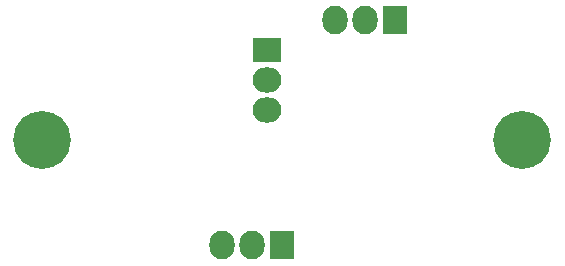
<source format=gbs>
G04 #@! TF.FileFunction,Soldermask,Bot*
%FSLAX46Y46*%
G04 Gerber Fmt 4.6, Leading zero omitted, Abs format (unit mm)*
G04 Created by KiCad (PCBNEW 4.0.2-stable) date 5/6/2016 11:18:34 AM*
%MOMM*%
G01*
G04 APERTURE LIST*
%ADD10C,0.100000*%
%ADD11R,2.127200X2.432000*%
%ADD12O,2.127200X2.432000*%
%ADD13R,2.432000X2.127200*%
%ADD14O,2.432000X2.127200*%
%ADD15C,4.900000*%
G04 APERTURE END LIST*
D10*
D11*
X194310000Y-83820000D03*
D12*
X191770000Y-83820000D03*
X189230000Y-83820000D03*
D11*
X184785000Y-102870000D03*
D12*
X182245000Y-102870000D03*
X179705000Y-102870000D03*
D13*
X183515000Y-86360000D03*
D14*
X183515000Y-88900000D03*
X183515000Y-91440000D03*
D15*
X205105000Y-93980000D03*
X164465000Y-93980000D03*
M02*

</source>
